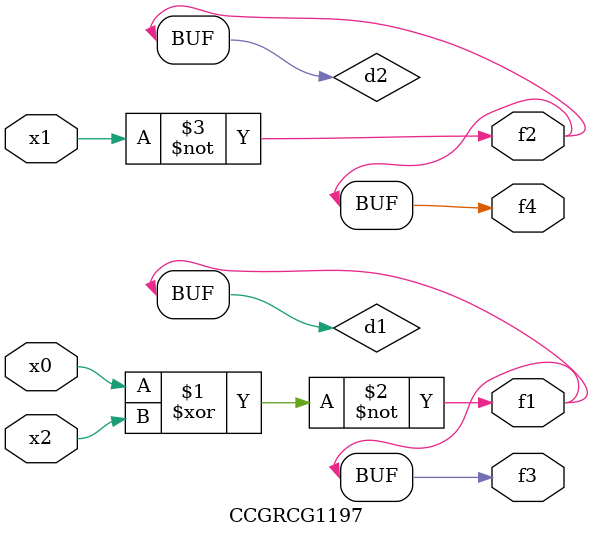
<source format=v>
module CCGRCG1197(
	input x0, x1, x2,
	output f1, f2, f3, f4
);

	wire d1, d2, d3;

	xnor (d1, x0, x2);
	nand (d2, x1);
	nor (d3, x1, x2);
	assign f1 = d1;
	assign f2 = d2;
	assign f3 = d1;
	assign f4 = d2;
endmodule

</source>
